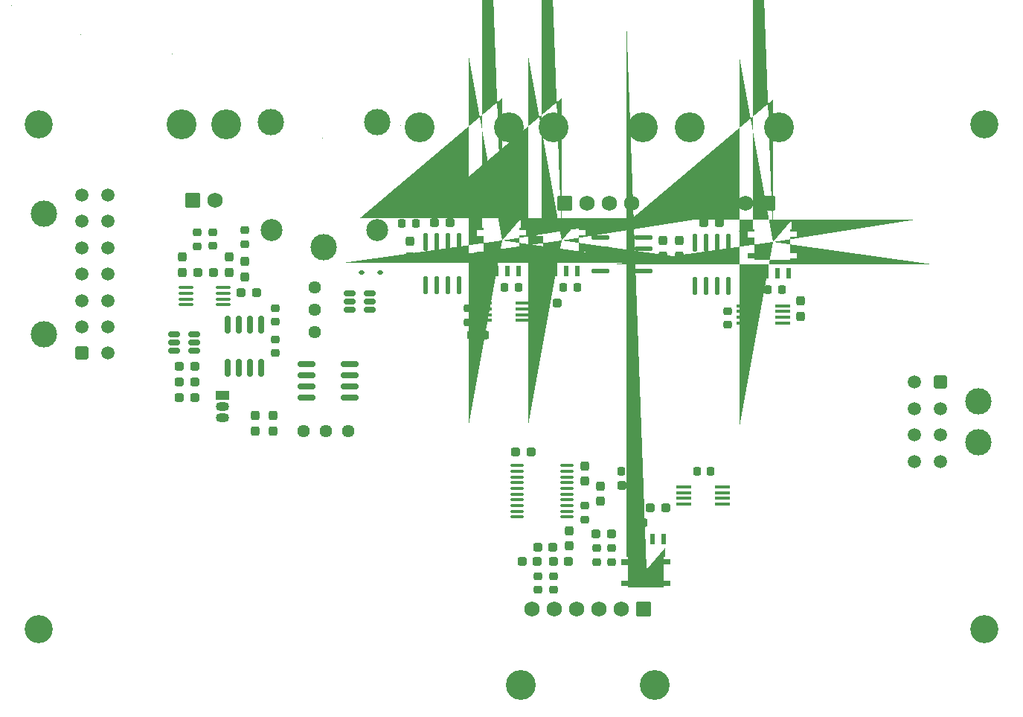
<source format=gbr>
%TF.GenerationSoftware,KiCad,Pcbnew,9.0.1*%
%TF.CreationDate,2025-06-09T14:31:38-07:00*%
%TF.ProjectId,chop-controller-heat-v2,63686f70-2d63-46f6-9e74-726f6c6c6572,rev?*%
%TF.SameCoordinates,Original*%
%TF.FileFunction,Soldermask,Top*%
%TF.FilePolarity,Negative*%
%FSLAX46Y46*%
G04 Gerber Fmt 4.6, Leading zero omitted, Abs format (unit mm)*
G04 Created by KiCad (PCBNEW 9.0.1) date 2025-06-09 14:31:38*
%MOMM*%
%LPD*%
G01*
G04 APERTURE LIST*
G04 Aperture macros list*
%AMRoundRect*
0 Rectangle with rounded corners*
0 $1 Rounding radius*
0 $2 $3 $4 $5 $6 $7 $8 $9 X,Y pos of 4 corners*
0 Add a 4 corners polygon primitive as box body*
4,1,4,$2,$3,$4,$5,$6,$7,$8,$9,$2,$3,0*
0 Add four circle primitives for the rounded corners*
1,1,$1+$1,$2,$3*
1,1,$1+$1,$4,$5*
1,1,$1+$1,$6,$7*
1,1,$1+$1,$8,$9*
0 Add four rect primitives between the rounded corners*
20,1,$1+$1,$2,$3,$4,$5,0*
20,1,$1+$1,$4,$5,$6,$7,0*
20,1,$1+$1,$6,$7,$8,$9,0*
20,1,$1+$1,$8,$9,$2,$3,0*%
%AMFreePoly0*
4,1,77,2.123536,2.483536,2.125000,2.480000,2.125000,1.460000,2.123536,1.456464,2.120000,1.455000,1.965000,1.455000,1.965000,1.175000,2.710000,1.175000,2.713536,1.173536,2.715000,1.170000,2.715000,0.560000,2.713536,0.556464,2.710000,0.555000,1.965000,0.555000,1.965000,-1.245000,2.710000,-1.245000,2.713536,-1.246464,2.715000,-1.250000,2.715000,-1.860000,2.713536,-1.863536,
2.710000,-1.865000,1.965000,-1.865000,1.965000,-2.040000,1.963536,-2.043536,1.960000,-2.045000,-2.140000,-2.045000,-2.143536,-2.043536,-2.145000,-2.040000,-2.145000,-1.875000,-2.900000,-1.875000,-2.903536,-1.873536,-2.905000,-1.870000,-2.905000,-1.260000,-2.903536,-1.256464,-2.900000,-1.255000,-2.145000,-1.255000,-2.145000,0.545000,-2.900000,0.545000,-2.903536,0.546464,-2.905000,0.550000,
-2.905000,1.160000,-2.903536,1.163536,-2.900000,1.165000,-2.145000,1.165000,-2.145000,1.445000,-2.300000,1.445000,-2.303536,1.446464,-2.305000,1.450000,-2.305000,2.470000,-2.303536,2.473536,-2.300000,2.475000,-1.690000,2.475000,-1.686464,2.473536,-1.685000,2.470000,-1.685000,1.775000,-1.035000,1.775000,-1.035000,2.470000,-1.033536,2.473536,-1.030000,2.475000,-0.420000,2.475000,
-0.416464,2.473536,-0.415000,2.470000,-0.415000,1.775000,0.235000,1.775000,0.235000,2.470000,0.236464,2.473536,0.240000,2.475000,0.850000,2.475000,0.853536,2.473536,0.855000,2.470000,0.855000,1.775000,1.505000,1.775000,1.505000,2.480000,1.506464,2.483536,1.510000,2.485000,2.120000,2.485000,2.123536,2.483536,2.123536,2.483536,$1*%
G04 Aperture macros list end*
%ADD10R,1.680000X0.400000*%
%ADD11C,1.740000*%
%ADD12RoundRect,0.250560X0.619440X0.619440X-0.619440X0.619440X-0.619440X-0.619440X0.619440X-0.619440X0*%
%ADD13C,3.400000*%
%ADD14RoundRect,0.250560X-0.619440X-0.619440X0.619440X-0.619440X0.619440X0.619440X-0.619440X0.619440X0*%
%ADD15C,1.500000*%
%ADD16RoundRect,0.250001X0.499999X-0.499999X0.499999X0.499999X-0.499999X0.499999X-0.499999X-0.499999X0*%
%ADD17C,3.000000*%
%ADD18RoundRect,0.250001X-0.499999X0.499999X-0.499999X-0.499999X0.499999X-0.499999X0.499999X0.499999X0*%
%ADD19C,3.200000*%
%ADD20RoundRect,0.218750X-0.218750X-0.256250X0.218750X-0.256250X0.218750X0.256250X-0.218750X0.256250X0*%
%ADD21RoundRect,0.237500X-0.237500X0.287500X-0.237500X-0.287500X0.237500X-0.287500X0.237500X0.287500X0*%
%ADD22RoundRect,0.218750X0.218750X0.256250X-0.218750X0.256250X-0.218750X-0.256250X0.218750X-0.256250X0*%
%ADD23RoundRect,0.218750X0.256250X-0.218750X0.256250X0.218750X-0.256250X0.218750X-0.256250X-0.218750X0*%
%ADD24RoundRect,0.237500X-0.287500X-0.237500X0.287500X-0.237500X0.287500X0.237500X-0.287500X0.237500X0*%
%ADD25RoundRect,0.150000X-0.825000X-0.150000X0.825000X-0.150000X0.825000X0.150000X-0.825000X0.150000X0*%
%ADD26R,1.500000X1.050000*%
%ADD27O,1.500000X1.050000*%
%ADD28RoundRect,0.132500X-0.132500X0.857500X-0.132500X-0.857500X0.132500X-0.857500X0.132500X0.857500X0*%
%ADD29RoundRect,0.218750X-0.256250X0.218750X-0.256250X-0.218750X0.256250X-0.218750X0.256250X0.218750X0*%
%ADD30RoundRect,0.112500X-0.187500X-0.112500X0.187500X-0.112500X0.187500X0.112500X-0.187500X0.112500X0*%
%ADD31RoundRect,0.237500X0.287500X0.237500X-0.287500X0.237500X-0.287500X-0.237500X0.287500X-0.237500X0*%
%ADD32R,0.610000X1.270000*%
%ADD33FreePoly0,0.000000*%
%ADD34RoundRect,0.132500X0.857500X0.132500X-0.857500X0.132500X-0.857500X-0.132500X0.857500X-0.132500X0*%
%ADD35RoundRect,0.237500X0.237500X-0.287500X0.237500X0.287500X-0.237500X0.287500X-0.237500X-0.287500X0*%
%ADD36RoundRect,0.150000X-0.512500X-0.150000X0.512500X-0.150000X0.512500X0.150000X-0.512500X0.150000X0*%
%ADD37C,1.440000*%
%ADD38RoundRect,0.100000X0.637500X0.100000X-0.637500X0.100000X-0.637500X-0.100000X0.637500X-0.100000X0*%
%ADD39RoundRect,0.150000X-0.150000X0.825000X-0.150000X-0.825000X0.150000X-0.825000X0.150000X0.825000X0*%
%ADD40RoundRect,0.100000X-0.712500X-0.100000X0.712500X-0.100000X0.712500X0.100000X-0.712500X0.100000X0*%
%ADD41C,2.500000*%
%ADD42RoundRect,0.150000X0.512500X0.150000X-0.512500X0.150000X-0.512500X-0.150000X0.512500X-0.150000X0*%
%ADD43FreePoly0,180.000000*%
G04 APERTURE END LIST*
D10*
%TO.C,U4*%
X167951400Y-97155000D03*
X167951400Y-96505000D03*
X167951400Y-95855000D03*
X167951400Y-95205000D03*
X163551400Y-95205000D03*
X163551400Y-95855000D03*
X163551400Y-96505000D03*
X163551400Y-97155000D03*
%TD*%
D11*
%TO.C,J1*%
X134797638Y-62933323D03*
X137337638Y-62933323D03*
X139907638Y-62933323D03*
D12*
X142447638Y-62933323D03*
D13*
X133557638Y-54293323D03*
X143717638Y-54293323D03*
%TD*%
D11*
%TO.C,J2*%
X157683638Y-62933323D03*
X155143638Y-62933323D03*
X152573638Y-62933323D03*
D14*
X150033638Y-62933323D03*
D13*
X158923638Y-54293323D03*
X148763638Y-54293323D03*
%TD*%
D11*
%TO.C,J3*%
X165480888Y-62984073D03*
X168020888Y-62984073D03*
X170590888Y-62984073D03*
D12*
X173130888Y-62984073D03*
D13*
X164240888Y-54344073D03*
X174400888Y-54344073D03*
%TD*%
D11*
%TO.C,J9*%
X146320400Y-109099000D03*
X148860400Y-109099000D03*
X151370400Y-109099000D03*
X153910400Y-109099000D03*
X156480400Y-109099000D03*
D12*
X159020400Y-109099000D03*
D13*
X145050400Y-117739000D03*
X160290400Y-117739000D03*
%TD*%
D15*
%TO.C,J11*%
X98046800Y-62012800D03*
X98046800Y-65012800D03*
X98046800Y-68012800D03*
X98046800Y-71012800D03*
X98046800Y-74012800D03*
X98046800Y-77012800D03*
X98046800Y-80012800D03*
X95046800Y-62012800D03*
X95046800Y-65012800D03*
X95046800Y-68012800D03*
X95046800Y-71012800D03*
X95046800Y-74012800D03*
X95046800Y-77012800D03*
D16*
X95046800Y-80012800D03*
D17*
X90726800Y-64152800D03*
X90726800Y-77852800D03*
%TD*%
D15*
%TO.C,J12*%
X189804000Y-92300000D03*
X189804000Y-89300000D03*
X189804000Y-86300000D03*
X189804000Y-83300000D03*
X192804000Y-92300000D03*
X192804000Y-89300000D03*
X192804000Y-86300000D03*
D18*
X192804000Y-83300000D03*
D17*
X197124000Y-90160000D03*
X197124000Y-85460000D03*
%TD*%
D11*
%TO.C,J13*%
X110235638Y-62609323D03*
D14*
X107695638Y-62609323D03*
D13*
X111505638Y-53969323D03*
X106425638Y-53969323D03*
%TD*%
D19*
%TO.C,MK1*%
X90140800Y-54022000D03*
%TD*%
%TO.C,MK2*%
X197793600Y-54022000D03*
%TD*%
%TO.C,MK3*%
X197793600Y-111387000D03*
%TD*%
%TO.C,MK4*%
X90140800Y-111387000D03*
%TD*%
D10*
%TO.C,U2*%
X174856638Y-74628073D03*
X174856638Y-75278073D03*
X174856638Y-75928073D03*
X174856638Y-76578073D03*
X170456638Y-76578073D03*
X170456638Y-75928073D03*
X170456638Y-75278073D03*
X170456638Y-74628073D03*
%TD*%
D20*
%TO.C,R17*%
X173139138Y-72809073D03*
X174714138Y-72809073D03*
%TD*%
D21*
%TO.C,C36*%
X150511400Y-100177000D03*
X150511400Y-101927000D03*
%TD*%
D22*
%TO.C,R11*%
X151473138Y-72504323D03*
X149898138Y-72504323D03*
%TD*%
D20*
%TO.C,R21*%
X131483138Y-65265323D03*
X133058138Y-65265323D03*
%TD*%
D23*
%TO.C,R53*%
X117103638Y-76449823D03*
X117103638Y-74874823D03*
%TD*%
D21*
%TO.C,C35*%
X152289400Y-92811000D03*
X152289400Y-94561000D03*
%TD*%
D24*
%TO.C,C1*%
X147410200Y-74269600D03*
X149160200Y-74269600D03*
%TD*%
D23*
%TO.C,R49*%
X113601638Y-67576823D03*
X113601638Y-66001823D03*
%TD*%
D25*
%TO.C,U19*%
X120651638Y-81267323D03*
X120651638Y-82537323D03*
X120651638Y-83807323D03*
X120651638Y-85077323D03*
X125601638Y-85077323D03*
X125601638Y-83807323D03*
X125601638Y-82537323D03*
X125601638Y-81267323D03*
%TD*%
D26*
%TO.C,U18*%
X111082638Y-84823323D03*
D27*
X111082638Y-86093323D03*
X111082638Y-87363323D03*
%TD*%
D24*
%TO.C,C14*%
X155525638Y-65138323D03*
X157275638Y-65138323D03*
%TD*%
D28*
%TO.C,U7*%
X168668888Y-67423073D03*
X167398888Y-67423073D03*
X166128888Y-67423073D03*
X164858888Y-67423073D03*
X164858888Y-72353073D03*
X166128888Y-72353073D03*
X167398888Y-72353073D03*
X168668888Y-72353073D03*
%TD*%
D29*
%TO.C,R1*%
X139042638Y-74891823D03*
X139042638Y-76466823D03*
%TD*%
D30*
%TO.C,D1*%
X126902638Y-70853323D03*
X129002638Y-70853323D03*
%TD*%
D31*
%TO.C,C31*%
X155323400Y-100544000D03*
X153573400Y-100544000D03*
%TD*%
D21*
%TO.C,C11*%
X163080888Y-67235073D03*
X163080888Y-68985073D03*
%TD*%
D32*
%TO.C,Q2*%
X171716888Y-70904073D03*
X172986888Y-70904073D03*
X174256888Y-70904073D03*
X175526888Y-70904073D03*
D33*
X173711888Y-67404073D03*
%TD*%
D34*
%TO.C,U10*%
X159030600Y-70676323D03*
X159030600Y-69406323D03*
X159030600Y-68136323D03*
X159030600Y-66866323D03*
X154100600Y-66866323D03*
X154100600Y-68136323D03*
X154100600Y-69406323D03*
X154100600Y-70676323D03*
%TD*%
D21*
%TO.C,C54*%
X116849638Y-87106323D03*
X116849638Y-88856323D03*
%TD*%
D29*
%TO.C,R2*%
X168592638Y-75196573D03*
X168592638Y-76771573D03*
%TD*%
D35*
%TO.C,C49*%
X111823638Y-70839323D03*
X111823638Y-69089323D03*
%TD*%
D10*
%TO.C,U1*%
X140906638Y-74323323D03*
X140906638Y-74973323D03*
X140906638Y-75623323D03*
X140906638Y-76273323D03*
X145306638Y-76273323D03*
X145306638Y-75623323D03*
X145306638Y-74973323D03*
X145306638Y-74323323D03*
%TD*%
D36*
%TO.C,U23*%
X125545138Y-73205323D03*
X125545138Y-74155323D03*
X125545138Y-75105323D03*
X127820138Y-75105323D03*
X127820138Y-74155323D03*
X127820138Y-73205323D03*
%TD*%
D23*
%TO.C,R52*%
X117103638Y-80005823D03*
X117103638Y-78430823D03*
%TD*%
D31*
%TO.C,C6*%
X136955638Y-65138323D03*
X135205638Y-65138323D03*
%TD*%
D32*
%TO.C,Q6*%
X147674638Y-70670323D03*
X148944638Y-70670323D03*
X150214638Y-70670323D03*
X151484638Y-70670323D03*
D33*
X149669638Y-67170323D03*
%TD*%
D24*
%TO.C,C34*%
X145177400Y-103719000D03*
X146927400Y-103719000D03*
%TD*%
D23*
%TO.C,R50*%
X109991638Y-67813823D03*
X109991638Y-66238823D03*
%TD*%
D37*
%TO.C,RV1*%
X121602638Y-77594323D03*
X121602638Y-75054323D03*
X121602638Y-72514323D03*
%TD*%
D32*
%TO.C,Q1*%
X140943638Y-70670323D03*
X142213638Y-70670323D03*
X143483638Y-70670323D03*
X144753638Y-70670323D03*
D33*
X142938638Y-67170323D03*
%TD*%
D29*
%TO.C,R38*%
X146941400Y-105344500D03*
X146941400Y-106919500D03*
%TD*%
D21*
%TO.C,C55*%
X114817638Y-87106323D03*
X114817638Y-88856323D03*
%TD*%
D38*
%TO.C,U14*%
X150325900Y-98643000D03*
X150325900Y-97993000D03*
X150325900Y-97343000D03*
X150325900Y-96693000D03*
X150325900Y-96043000D03*
X150325900Y-95393000D03*
X150325900Y-94743000D03*
X150325900Y-94093000D03*
X150325900Y-93443000D03*
X150325900Y-92793000D03*
X144600900Y-92793000D03*
X144600900Y-93443000D03*
X144600900Y-94093000D03*
X144600900Y-94743000D03*
X144600900Y-95393000D03*
X144600900Y-96043000D03*
X144600900Y-96693000D03*
X144600900Y-97343000D03*
X144600900Y-97993000D03*
X144600900Y-98643000D03*
%TD*%
D39*
%TO.C,U17*%
X115452638Y-76743323D03*
X114182638Y-76743323D03*
X112912638Y-76743323D03*
X111642638Y-76743323D03*
X111642638Y-81693323D03*
X112912638Y-81693323D03*
X114182638Y-81693323D03*
X115452638Y-81693323D03*
%TD*%
D35*
%TO.C,C10*%
X132397638Y-69061323D03*
X132397638Y-67311323D03*
%TD*%
D24*
%TO.C,C37*%
X144429400Y-91273000D03*
X146179400Y-91273000D03*
%TD*%
D35*
%TO.C,C2*%
X176847638Y-75843073D03*
X176847638Y-74093073D03*
%TD*%
D20*
%TO.C,R36*%
X156454900Y-93432000D03*
X158029900Y-93432000D03*
%TD*%
D40*
%TO.C,U16*%
X106917138Y-72545323D03*
X106917138Y-73195323D03*
X106917138Y-73845323D03*
X106917138Y-74495323D03*
X111142138Y-74495323D03*
X111142138Y-73845323D03*
X111142138Y-73195323D03*
X111142138Y-72545323D03*
%TD*%
D28*
%TO.C,U6*%
X137985638Y-67372323D03*
X136715638Y-67372323D03*
X135445638Y-67372323D03*
X134175638Y-67372323D03*
X134175638Y-72302323D03*
X135445638Y-72302323D03*
X136715638Y-72302323D03*
X137985638Y-72302323D03*
%TD*%
D37*
%TO.C,RV2*%
X120322638Y-88887323D03*
X122862638Y-88887323D03*
X125402638Y-88887323D03*
%TD*%
D21*
%TO.C,C17*%
X161226638Y-67184323D03*
X161226638Y-68934323D03*
%TD*%
%TO.C,C48*%
X106489638Y-69089323D03*
X106489638Y-70839323D03*
%TD*%
D23*
%TO.C,R_REF2*%
X155337400Y-103744500D03*
X155337400Y-102169500D03*
%TD*%
D17*
%TO.C,K1*%
X122618638Y-67923323D03*
D41*
X128668638Y-65973323D03*
D17*
X128668638Y-53773323D03*
X116618638Y-53723323D03*
D41*
X116668638Y-65973323D03*
%TD*%
D21*
%TO.C,C52*%
X113601638Y-69597323D03*
X113601638Y-71347323D03*
%TD*%
D35*
%TO.C,C29*%
X154067400Y-96847000D03*
X154067400Y-95097000D03*
%TD*%
D24*
%TO.C,C56*%
X106195638Y-85060323D03*
X107945638Y-85060323D03*
%TD*%
D31*
%TO.C,C33*%
X150483400Y-103719000D03*
X148733400Y-103719000D03*
%TD*%
D42*
%TO.C,U20*%
X107886638Y-79721323D03*
X107886638Y-78771323D03*
X107886638Y-77821323D03*
X105611638Y-77821323D03*
X105611638Y-78771323D03*
X105611638Y-79721323D03*
%TD*%
D31*
%TO.C,C7*%
X167638888Y-65189073D03*
X165888888Y-65189073D03*
%TD*%
%TO.C,C51*%
X114984638Y-73139323D03*
X113234638Y-73139323D03*
%TD*%
%TO.C,C30*%
X148705400Y-102068000D03*
X146955400Y-102068000D03*
%TD*%
D29*
%TO.C,R37*%
X148719400Y-105344500D03*
X148719400Y-106919500D03*
%TD*%
D24*
%TO.C,C58*%
X106195638Y-81504323D03*
X107945638Y-81504323D03*
%TD*%
%TO.C,C47*%
X108281638Y-70853323D03*
X110031638Y-70853323D03*
%TD*%
D22*
%TO.C,R6*%
X140973138Y-77965323D03*
X139398138Y-77965323D03*
%TD*%
D24*
%TO.C,C32*%
X156508400Y-95083000D03*
X158258400Y-95083000D03*
%TD*%
%TO.C,C57*%
X106195638Y-83282323D03*
X107945638Y-83282323D03*
%TD*%
D23*
%TO.C,R39*%
X152289400Y-98918500D03*
X152289400Y-97343500D03*
%TD*%
D29*
%TO.C,R35*%
X153686400Y-102169500D03*
X153686400Y-103744500D03*
%TD*%
%TO.C,R51*%
X108213638Y-66255823D03*
X108213638Y-67830823D03*
%TD*%
D20*
%TO.C,R16*%
X143167138Y-72504323D03*
X144742138Y-72504323D03*
%TD*%
D22*
%TO.C,R9*%
X166665900Y-93432000D03*
X165090900Y-93432000D03*
%TD*%
D31*
%TO.C,C4*%
X161533562Y-97559477D03*
X159783562Y-97559477D03*
%TD*%
D32*
%TO.C,Q9*%
X161306400Y-101133000D03*
X160036400Y-101133000D03*
X158766400Y-101133000D03*
X157496400Y-101133000D03*
D43*
X159311400Y-104633000D03*
%TD*%
D20*
%TO.C,R14*%
X157470900Y-99274000D03*
X159045900Y-99274000D03*
%TD*%
M02*

</source>
